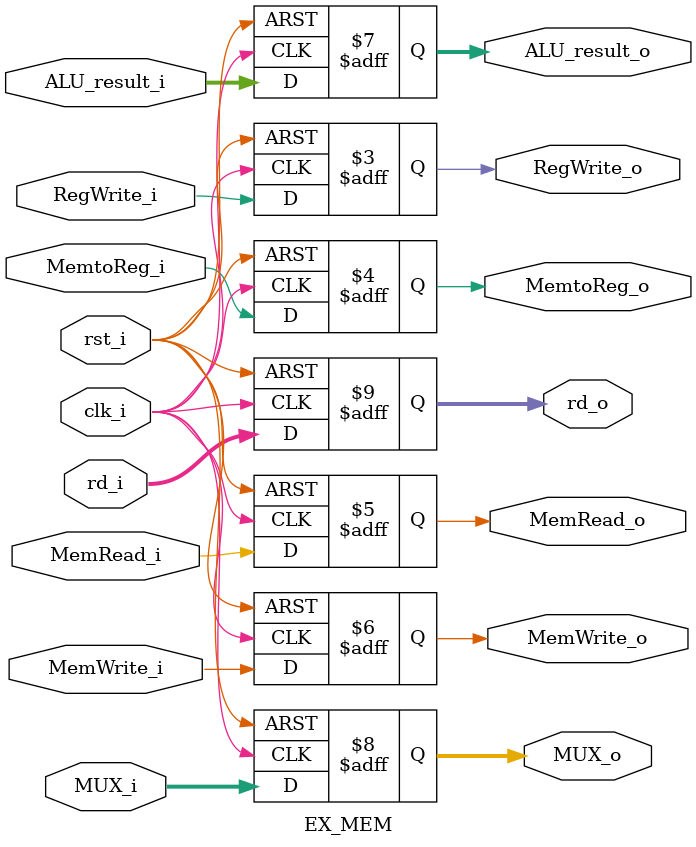
<source format=v>
module EX_MEM
(
    clk_i,
    rst_i,
    RegWrite_i,
    MemtoReg_i,
    MemRead_i,
    MemWrite_i,
    ALU_result_i,
    MUX_i,
    rd_i,

    RegWrite_o,
    MemtoReg_o,
    MemRead_o,
    MemWrite_o,
    ALU_result_o,
    MUX_o,
    rd_o

);

input clk_i, rst_i, RegWrite_i, MemtoReg_i, MemRead_i, MemWrite_i;
input [31:0] ALU_result_i, MUX_i;
input [4:0] rd_i;
output reg RegWrite_o, MemtoReg_o, MemRead_o, MemWrite_o;
output reg [31:0] ALU_result_o, MUX_o;
output reg [4:0] rd_o;

always @(posedge clk_i or negedge rst_i) begin
    if (~rst_i) begin
        RegWrite_o <= 1'b0;
        MemtoReg_o <= 1'b0;
        MemRead_o <= 1'b0;
        MemWrite_o <= 1'b0;
        ALU_result_o <= 32'b0;
        MUX_o <= 32'b0;
        rd_o <= 5'b0;
    end
    else begin
        RegWrite_o <= RegWrite_i;
        MemtoReg_o <= MemtoReg_i;
        MemRead_o <= MemRead_i;
        MemWrite_o <= MemWrite_i;
        ALU_result_o <= ALU_result_i;
        MUX_o <= MUX_i;
        rd_o <= rd_i;
    end
end


endmodule
</source>
